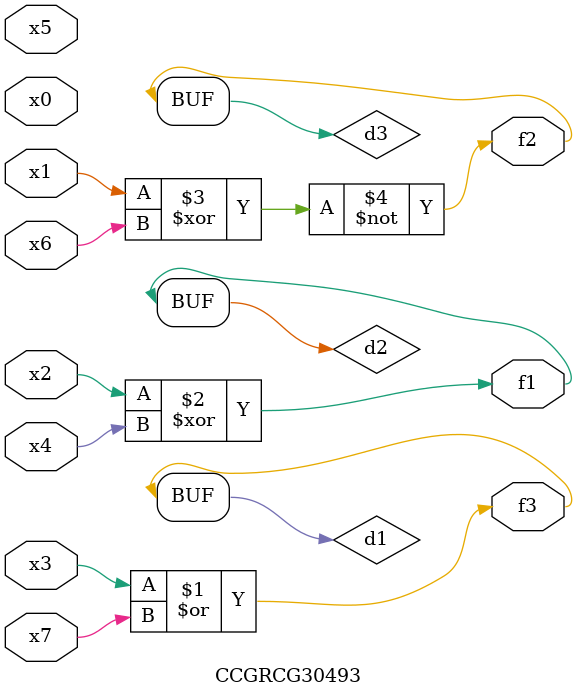
<source format=v>
module CCGRCG30493(
	input x0, x1, x2, x3, x4, x5, x6, x7,
	output f1, f2, f3
);

	wire d1, d2, d3;

	or (d1, x3, x7);
	xor (d2, x2, x4);
	xnor (d3, x1, x6);
	assign f1 = d2;
	assign f2 = d3;
	assign f3 = d1;
endmodule

</source>
